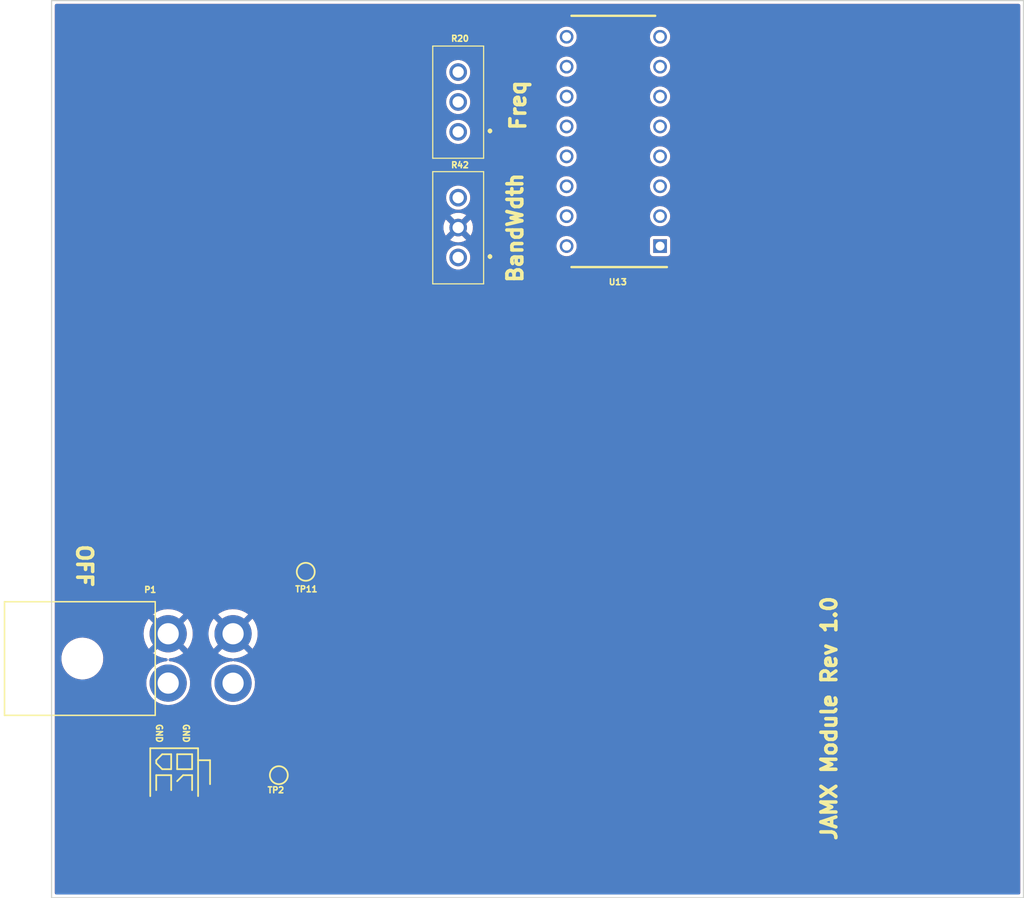
<source format=kicad_pcb>
(kicad_pcb (version 20200811) (host pcbnew "(5.99.0-2848-gb60a7e2aca)")
  (layers (0 "F.Cu" signal) (1 "In1.Cu" signal) (2 "In2.Cu" signal) (31 "B.Cu" signal) (34 "B.Paste" user) (35 "F.Paste" user) (36 "B.SilkS" user) (37 "F.SilkS" user) (38 "B.Mask" user) (39 "F.Mask" user) (44 "Edge.Cuts" user))
  (net 0 "")
  (net 1 "GND")
  (net 2 "Net-(P1-Pad1)")
  (net 3 "Net-(C32-Pad1)")
  (net 4 "/+Vout_WFG")
  (net 5 "Net-(R38-Pad1)")
  (net 6 "Net-(R37-Pad2)")
  (net 7 "Net-(R20-Pad2)")
  (net 8 "Net-(R42-Pad1)")
  (net 9 "Net-(C30-Pad1)")
  (net 10 "Net-(C32-Pad2)")
  (net 11 "Net-(C35-Pad2)")
  (net 12 "/+20V")
  (net 13 "Net-(R1-Pad2)")
  (net 14 "Net-(R35-Pad1)")
  (net 15 "Net-(R38-Pad2)")
  (net 16 "Net-(R47-Pad2)")
  (net 17 "Net-(R47-Pad1)")
  (net 18 "Net-(R49-Pad1)")
  (net 19 "Net-(R52-Pad1)")
  (net 20 "Net-(U13-Pad11)")
  (net 21 "Net-(U13-Pad9)")
  (net 22 "Net-(U13-Pad8)")
  (net 23 "Net-(R20-Pad3)")
  (module "My_SMD:TP-50" (layer "F.Cu") (at 19.304 65.786 180)
    (fp_text reference "TP2" (at 0.254 -1.27) (layer "F.SilkS") (effects (font (size 0.508 0.508) (thickness 0.127))))
    (fp_text value "Test_Point")
    (fp_circle (center 0 0) (end 0.762 0) (layer "F.SilkS") (width 0.15))
    (pad "1" smd circle (at 0 0 180) (size 1.27 1.27) (layers "F.Cu" "F.Mask") (net 4 "/+Vout_WFG"))
  )
  (module "My_SMD:TP-50" (layer "F.Cu") (at 21.59 48.514)
    (fp_text reference "TP11" (at 0.0508 1.4732) (layer "F.SilkS") (effects (font (size 0.508 0.508) (thickness 0.127))))
    (fp_text value "Test_Point")
    (fp_circle (center 0 0) (end 0.762 0) (layer "F.SilkS") (width 0.15))
    (pad "1" smd circle (at 0 0) (size 1.27 1.27) (layers "F.Cu" "F.Mask") (net 4 "/+Vout_WFG"))
  )
  (module "SamacSys_Parts:DIP794W56P254L2013H533Q16N" (layer "F.Cu") (at 47.7139 11.962 180)
    (fp_text reference "U13" (at -0.381 -11.938 180) (layer "F.SilkS") (effects (font (size 0.508 0.508) (thickness 0.127))))
    (fp_text value "XR2206CP-F" hide)
    (fp_line (start -4.55 -10.67) (end 3.555 -10.67) (layer "F.SilkS") (width 0.2))
    (fp_line (start -3.555 10.67) (end 3.555 10.67) (layer "F.SilkS") (width 0.2))
    (pad "1" thru_hole rect (at -3.97 -8.89 180) (size 1.16 1.16) (drill 0.76) (layers *.Cu *.Mask) (net 14 "Net-(R35-Pad1)"))
    (pad "2" thru_hole circle (at -3.97 -6.35 180) (size 1.16 1.16) (drill 0.76) (layers *.Cu *.Mask) (net 6 "Net-(R37-Pad2)"))
    (pad "3" thru_hole circle (at -3.97 -3.81 180) (size 1.16 1.16) (drill 0.76) (layers *.Cu *.Mask) (net 13 "Net-(R1-Pad2)"))
    (pad "4" thru_hole circle (at -3.97 -1.27 180) (size 1.16 1.16) (drill 0.76) (layers *.Cu *.Mask) (net 4 "/+Vout_WFG"))
    (pad "5" thru_hole circle (at -3.97 1.27 180) (size 1.16 1.16) (drill 0.76) (layers *.Cu *.Mask) (net 3 "Net-(C32-Pad1)"))
    (pad "6" thru_hole circle (at -3.97 3.81 180) (size 1.16 1.16) (drill 0.76) (layers *.Cu *.Mask) (net 10 "Net-(C32-Pad2)"))
    (pad "7" thru_hole circle (at -3.97 6.35 180) (size 1.16 1.16) (drill 0.76) (layers *.Cu *.Mask) (net 19 "Net-(R52-Pad1)"))
    (pad "8" thru_hole circle (at -3.97 8.89 180) (size 1.16 1.16) (drill 0.76) (layers *.Cu *.Mask) (net 22 "Net-(U13-Pad8)"))
    (pad "9" thru_hole circle (at 3.97 8.89 180) (size 1.16 1.16) (drill 0.76) (layers *.Cu *.Mask) (net 21 "Net-(U13-Pad9)"))
    (pad "10" thru_hole circle (at 3.97 6.35 180) (size 1.16 1.16) (drill 0.76) (layers *.Cu *.Mask) (net 11 "Net-(C35-Pad2)"))
    (pad "11" thru_hole circle (at 3.97 3.81 180) (size 1.16 1.16) (drill 0.76) (layers *.Cu *.Mask) (net 20 "Net-(U13-Pad11)"))
    (pad "12" thru_hole circle (at 3.97 1.27 180) (size 1.16 1.16) (drill 0.76) (layers *.Cu *.Mask) (net 18 "Net-(R49-Pad1)"))
    (pad "13" thru_hole circle (at 3.97 -1.27 180) (size 1.16 1.16) (drill 0.76) (layers *.Cu *.Mask) (net 17 "Net-(R47-Pad1)"))
    (pad "14" thru_hole circle (at 3.97 -3.81 180) (size 1.16 1.16) (drill 0.76) (layers *.Cu *.Mask) (net 16 "Net-(R47-Pad2)"))
    (pad "15" thru_hole circle (at 3.97 -6.35 180) (size 1.16 1.16) (drill 0.76) (layers *.Cu *.Mask) (net 5 "Net-(R38-Pad1)"))
    (pad "16" thru_hole circle (at 3.97 -8.89 180) (size 1.16 1.16) (drill 0.76) (layers *.Cu *.Mask) (net 15 "Net-(R38-Pad2)"))
  )
  (module "SamacSys_Parts:Y006910K0000J0L" (layer "F.Cu") (at 34.535369 11.1506 90)
    (fp_text reference "R20" (at 7.9248 0.1524 180) (layer "F.SilkS") (effects (font (size 0.508 0.508) (thickness 0.127))))
    (fp_text value "10K" hide)
    (fp_line (start -0.02 2.7) (end -0.02 2.7) (layer "F.SilkS") (width 0.2))
    (fp_line (start -2.24 2.16) (end -2.24 -2.16) (layer "F.SilkS") (width 0.1))
    (fp_line (start 0.18 2.7) (end 0.18 2.7) (layer "F.SilkS") (width 0.2))
    (fp_line (start 7.29 -2.16) (end 7.29 2.16) (layer "F.SilkS") (width 0.1))
    (fp_line (start 7.29 2.16) (end -2.24 2.16) (layer "F.SilkS") (width 0.1))
    (fp_line (start -2.24 -2.16) (end 7.29 -2.16) (layer "F.SilkS") (width 0.1))
    (fp_arc (start 0.08 2.7) (end 0.18 2.7) (angle -180) (layer "F.SilkS") (width 0.2))
    (fp_arc (start 0.08 2.7) (end -0.02 2.7) (angle -180) (layer "F.SilkS") (width 0.2))
    (pad "1" thru_hole circle (at 0 0 90) (size 1.493 1.493) (drill 0.96) (layers *.Cu *.Mask) (net 4 "/+Vout_WFG"))
    (pad "2" thru_hole circle (at 5.08 0 90) (size 1.493 1.493) (drill 0.96) (layers *.Cu *.Mask) (net 7 "Net-(R20-Pad2)"))
    (pad "3" thru_hole circle (at 2.54 0 90) (size 1.493 1.493) (drill 0.96) (layers *.Cu *.Mask) (net 23 "Net-(R20-Pad3)"))
  )
  (module "SamacSys_Parts:Y006910K0000J0L" (layer "F.Cu") (at 34.535369 21.8186 90)
    (fp_text reference "R42" (at 7.8486 0.1524) (layer "F.SilkS") (effects (font (size 0.508 0.508) (thickness 0.127))))
    (fp_text value "10K" hide)
    (fp_line (start -0.02 2.7) (end -0.02 2.7) (layer "F.SilkS") (width 0.2))
    (fp_line (start -2.24 -2.16) (end 7.29 -2.16) (layer "F.SilkS") (width 0.1))
    (fp_line (start 7.29 -2.16) (end 7.29 2.16) (layer "F.SilkS") (width 0.1))
    (fp_line (start -2.24 2.16) (end -2.24 -2.16) (layer "F.SilkS") (width 0.1))
    (fp_line (start 0.18 2.7) (end 0.18 2.7) (layer "F.SilkS") (width 0.2))
    (fp_line (start 7.29 2.16) (end -2.24 2.16) (layer "F.SilkS") (width 0.1))
    (fp_arc (start 0.08 2.7) (end 0.18 2.7) (angle -180) (layer "F.SilkS") (width 0.2))
    (fp_arc (start 0.08 2.7) (end -0.02 2.7) (angle -180) (layer "F.SilkS") (width 0.2))
    (pad "1" thru_hole circle (at 0 0 90) (size 1.493 1.493) (drill 0.96) (layers *.Cu *.Mask) (net 8 "Net-(R42-Pad1)"))
    (pad "2" thru_hole circle (at 5.08 0 90) (size 1.493 1.493) (drill 0.96) (layers *.Cu *.Mask) (net 9 "Net-(C30-Pad1)"))
    (pad "3" thru_hole circle (at 2.54 0 90) (size 1.493 1.493) (drill 0.96) (layers *.Cu *.Mask) (net 1 "GND"))
  )
  (module "My_Conn:Molex_1724480004" (layer "F.Cu") (at 9.906 55.88 -90)
    (fp_text reference "P1" (at -5.842 1.524 180) (layer "F.SilkS") (effects (font (size 0.508 0.508) (thickness 0.127))))
    (fp_text value "1724480004" hide)
    (fp_line (start -4.826 1.1) (end -4.826 13.9) (layer "F.SilkS") (width 0.127))
    (fp_line (start 4.826 1.1) (end 4.826 13.9) (layer "F.SilkS") (width 0.127))
    (fp_line (start -4.826 1.1) (end 4.826 1.1) (layer "F.SilkS") (width 0.127))
    (fp_line (start 4.826 13.9) (end -4.826 13.9) (layer "F.SilkS") (width 0.127))
    (pad "" np_thru_hole circle (at 0 7.2898 270) (size 2.999999 2.999999) (drill 2.999999) (layers *.Cu *.Mask))
    (pad "1" thru_hole circle (at 2.0865 0 270) (size 3.159999 3.159999) (drill 1.8) (layers *.Cu *.Mask) (net 2 "Net-(P1-Pad1)"))
    (pad "2" thru_hole circle (at -2.1045 0 270) (size 3.16 3.16) (drill 1.8) (layers *.Cu *.Mask) (net 1 "GND"))
    (pad "3" thru_hole circle (at 2.0955 -5.5118 270) (size 3.159999 3.159999) (drill 1.8) (layers *.Cu *.Mask) (net 12 "/+20V"))
    (pad "4" thru_hole circle (at -2.1045 -5.5118 270) (size 3.159999 3.159999) (drill 1.8) (layers *.Cu *.Mask) (net 1 "GND"))
  )
  (gr_line (start 9.398 65.278) (end 10.16 65.278) (layer "F.SilkS") (width 0.15))
  (gr_line (start 11.938 64.008) (end 10.668 64.008) (layer "F.SilkS") (width 0.15))
  (gr_line (start 11.938 65.786) (end 11.176 65.786) (layer "F.SilkS") (width 0.15))
  (gr_line (start 10.668 64.008) (end 10.668 65.278) (layer "F.SilkS") (width 0.15))
  (gr_line (start 10.16 67.056) (end 10.16 65.786) (layer "F.SilkS") (width 0.15))
  (gr_line (start 8.89 65.786) (end 8.89 67.056) (layer "F.SilkS") (width 0.15))
  (gr_line (start 12.446 64.516) (end 13.462 64.516) (layer "F.SilkS") (width 0.15))
  (gr_line (start 8.89 64.77) (end 9.398 65.278) (layer "F.SilkS") (width 0.15))
  (gr_line (start 13.462 64.516) (end 13.462 66.548) (layer "F.SilkS") (width 0.15))
  (gr_line (start 10.16 65.278) (end 10.16 64.008) (layer "F.SilkS") (width 0.15))
  (gr_line (start 10.668 65.278) (end 11.938 65.278) (layer "F.SilkS") (width 0.15))
  (gr_line (start 9.398 64.008) (end 8.89 64.516) (layer "F.SilkS") (width 0.15))
  (gr_line (start 11.938 65.278) (end 11.938 64.008) (layer "F.SilkS") (width 0.15))
  (gr_line (start 10.16 65.786) (end 8.89 65.786) (layer "F.SilkS") (width 0.15))
  (gr_line (start 11.938 67.056) (end 11.938 65.786) (layer "F.SilkS") (width 0.15))
  (gr_line (start 8.89 64.516) (end 8.89 64.77) (layer "F.SilkS") (width 0.15))
  (gr_line (start 12.446 63.5) (end 8.382 63.5) (layer "F.SilkS") (width 0.15))
  (gr_line (start 10.16 64.008) (end 9.398 64.008) (layer "F.SilkS") (width 0.15))
  (gr_line (start 8.382 63.5) (end 8.382 67.564) (layer "F.SilkS") (width 0.15))
  (gr_line (start 11.176 65.786) (end 10.668 66.294) (layer "F.SilkS") (width 0.15))
  (gr_line (start 12.446 67.564) (end 12.446 63.5) (layer "F.SilkS") (width 0.15))
  (gr_line (start 82.55 76.2) (end 82.55 0) (layer "Edge.Cuts") (width 0.1))
  (gr_line (start 0 76.2) (end 82.55 76.2) (layer "Edge.Cuts") (width 0.1))
  (gr_line (start 82.55 0) (end 0 0) (layer "Edge.Cuts") (width 0.1))
  (gr_line (start 0 0) (end 0 76.2) (layer "Edge.Cuts") (width 0.1))
  (gr_text "OFF" (at 2.794 48.006 270) (layer "F.SilkS") (effects (font (size 1.27 1.27) (thickness 0.3048))))
  (gr_text "BandWdth" (at 39.37 19.304 90) (layer "F.SilkS") (effects (font (size 1.27 1.27) (thickness 0.3048))))
  (gr_text "JAMX Module Rev 1.0" (at 66.04 60.96 90) (layer "F.SilkS") (effects (font (size 1.27 1.27) (thickness 0.3048))))
  (gr_text "GND\n" (at 11.43 62.23 270) (layer "F.SilkS") (effects (font (size 0.508 0.508) (thickness 0.127))))
  (gr_text "GND\n" (at 9.144 62.23 270) (layer "F.SilkS") (effects (font (size 0.508 0.508) (thickness 0.127))))
  (gr_text "Freq" (at 39.624 8.89 90) (layer "F.SilkS") (effects (font (size 1.27 1.27) (thickness 0.3048))))
  (zone (net 1) (net_name "GND") (layer "F.Cu") (connect_pads (clearance 0.2794)) (min_thickness 0.254) (fill yes (thermal_gap 0.508) (thermal_bridge_width 0.508))
    (polygon (pts (xy 82.55 76.2) (xy 0 76.2) (xy 0 0) (xy 82.55 0)))
  )
  (zone (net 1) (net_name "GND") (layer "B.Cu") (connect_pads (clearance 0.2794)) (min_thickness 0.254) (fill yes (thermal_gap 0.508) (thermal_bridge_width 0.508))
    (polygon (pts (xy 82.55 76.2) (xy 0 76.2) (xy 0 0) (xy 82.55 0)))
  )
)
</source>
